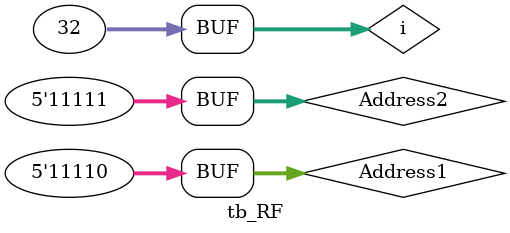
<source format=v>
`timescale 1ns/1ns
module tb_RF;
reg[4:0]Address1;//The signal of address1
reg[4:0]Address2;//The signal of address2
wire[31:0]Source1;//The signal of source1
wire[31:0]Source2;//The signal of source2

integer i;//Creat the integer i to test each register

RF RF(Address1,Address2,Source1,Source2);//The module of register file

initial begin//Simulation begin
	Address1=0;
	Address2=0;
#10
	for(i=0;i<31;i=i+2)begin
		Address1=i;
		Address2=i+1;
		#10;
	end
end
endmodule

</source>
